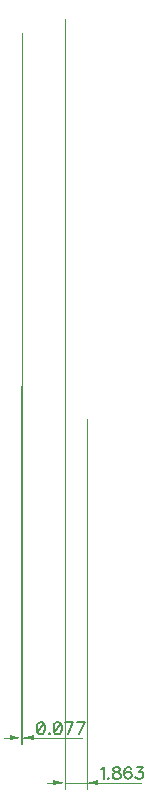
<source format=gbr>
G04 DipTrace 5.1.0.3*
G04 Íèæíèéðàçìåð.gbr*
%MOMM*%
G04 #@! TF.FileFunction,Drawing,Bot*
G04 #@! TF.Part,Single*
%ADD13C,0.03*%
%ADD108C,0.15686*%
%FSLAX35Y35*%
G04*
G71*
G90*
G75*
G01*
G04 BotDimension*
%LPD*%
X3046233Y6105360D2*
D13*
Y-410593D1*
X3232540Y2714660D2*
Y-410593D1*
X3046233Y-360593D2*
X3232540D1*
X2896233D2*
X2946233D1*
G36*
X3046233D2*
X2946233Y-380593D1*
Y-340593D1*
X3046233Y-360593D1*
G37*
X3382540D2*
D13*
X3332540D1*
G36*
X3232540D2*
X3332540Y-340593D1*
Y-380593D1*
X3232540Y-360593D1*
G37*
X3691293D2*
D13*
X3232540D1*
X2681340Y2999263D2*
Y-31003D1*
X2689037Y5987163D2*
Y-31003D1*
X2681340Y18997D2*
X2689037D1*
X2531340D2*
X2581340D1*
G36*
X2681340D2*
X2581340Y-1003D1*
Y38997D1*
X2681340Y18997D1*
G37*
X2839037D2*
D13*
X2789037D1*
G36*
X2689037D2*
X2789037Y38997D1*
Y-1003D1*
X2689037Y18997D1*
G37*
X3196531D2*
D13*
X2689037D1*
X3356069Y-247032D2*
D108*
X3365840Y-242090D1*
X3380440Y-227603D1*
Y-329578D1*
X3416642Y-319807D2*
X3411813Y-324749D1*
X3416642Y-329578D1*
X3421584Y-324749D1*
X3416642Y-319807D1*
X3477215Y-227603D2*
X3462727Y-232432D1*
X3457785Y-242090D1*
Y-251861D1*
X3462727Y-261520D1*
X3472385Y-266461D1*
X3491815Y-271290D1*
X3506415Y-276120D1*
X3516073Y-285890D1*
X3520902Y-295549D1*
Y-310149D1*
X3516073Y-319807D1*
X3511244Y-324749D1*
X3496644Y-329578D1*
X3477215D1*
X3462727Y-324749D1*
X3457785Y-319807D1*
X3452956Y-310149D1*
Y-295549D1*
X3457785Y-285890D1*
X3467556Y-276120D1*
X3482044Y-271290D1*
X3501473Y-266461D1*
X3511244Y-261520D1*
X3516073Y-251861D1*
Y-242090D1*
X3511244Y-232432D1*
X3496644Y-227603D1*
X3477215D1*
X3610562Y-242090D2*
X3605733Y-232432D1*
X3591133Y-227603D1*
X3581475D1*
X3566875Y-232432D1*
X3557104Y-247032D1*
X3552275Y-271290D1*
Y-295549D1*
X3557104Y-314978D1*
X3566875Y-324749D1*
X3581475Y-329578D1*
X3586304D1*
X3600792Y-324749D1*
X3610562Y-314978D1*
X3615392Y-300378D1*
Y-295549D1*
X3610562Y-280949D1*
X3600792Y-271290D1*
X3586304Y-266461D1*
X3581475D1*
X3566875Y-271290D1*
X3557104Y-280949D1*
X3552275Y-295549D1*
X3656535Y-227603D2*
X3709881D1*
X3680793Y-266461D1*
X3695393D1*
X3705052Y-271290D1*
X3709881Y-276120D1*
X3714823Y-290720D1*
Y-300378D1*
X3709881Y-314978D1*
X3700223Y-324749D1*
X3685623Y-329578D1*
X3671023D1*
X3656535Y-324749D1*
X3651706Y-319807D1*
X3646764Y-310149D1*
X2841766Y151987D2*
X2827166Y147158D1*
X2817395Y132558D1*
X2812566Y108300D1*
Y93700D1*
X2817395Y69441D1*
X2827166Y54841D1*
X2841766Y50012D1*
X2851425D1*
X2866025Y54841D1*
X2875683Y69441D1*
X2880625Y93700D1*
Y108300D1*
X2875683Y132558D1*
X2866025Y147158D1*
X2851425Y151987D1*
X2841766D1*
X2875683Y132558D2*
X2817395Y69441D1*
X2916826Y59783D2*
X2911997Y54841D1*
X2916826Y50012D1*
X2921768Y54841D1*
X2916826Y59783D1*
X2982340Y151987D2*
X2967740Y147158D1*
X2957970Y132558D1*
X2953140Y108300D1*
Y93700D1*
X2957970Y69441D1*
X2967740Y54841D1*
X2982340Y50012D1*
X2991999D1*
X3006599Y54841D1*
X3016257Y69441D1*
X3021199Y93700D1*
Y108300D1*
X3016257Y132558D1*
X3006599Y147158D1*
X2991999Y151987D1*
X2982340D1*
X3016257Y132558D2*
X2957970Y69441D1*
X3072001Y50012D2*
X3120630Y151987D1*
X3052571D1*
X3171432Y50012D2*
X3220061Y151987D1*
X3152002D1*
M02*

</source>
